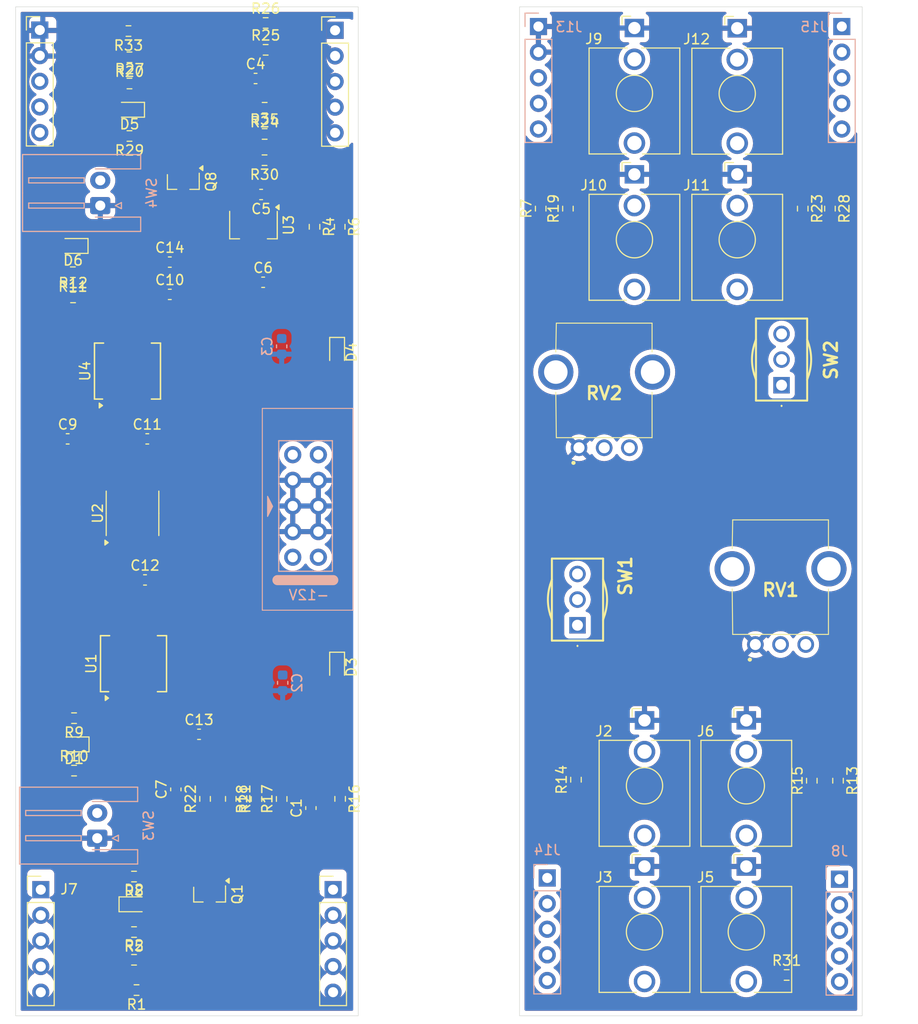
<source format=kicad_pcb>
(kicad_pcb (version 20240108) (generator "pcbnew") (generator_version "8.0")
  (layers (0 "F.Cu" signal) (31 "B.Cu" signal) (34 "B.Paste" user) (35 "F.Paste" user) (36 "B.SilkS" user "B.Silkscreen") (37 "F.SilkS" user "F.Silkscreen") (38 "B.Mask" user) (39 "F.Mask" user) (44 "Edge.Cuts" user))
  (net 0 "")
  (net 1 "/A/A_BUTTON_XOR")
  (net 2 "Net-(D1-K)")
  (net 5 "Net-(D1-A)")
  (net 6 "GND2")
  (net 7 "GND1")
  (net 12 "/A/A_BUTTON_NONINV")
  (net 13 "/A/A_BUTTON_INV")
  (net 14 "Net-(C1-Pad1)")
  (net 15 "/A/A_CV_OUT")
  (net 16 "Net-(D2-K)")
  (net 17 "Net-(D2-A)")
  (net 18 "Net-(D3-K)")
  (net 19 "Net-(D4-A)")
  (net 20 "Net-(Q1-D)")
  (net 21 "Net-(Q1-S)")
  (net 22 "/A/A_TRIG_OUT")
  (net 23 "/front_panel/A_ATTENUATOR_INV")
  (net 25 "Net-(U1A--)")
  (net 26 "Net-(R17-Pad2)")
  (net 27 "Net-(U1D--)")
  (net 28 "Net-(R21-Pad1)")
  (net 29 "-12V")
  (net 30 "+12V")
  (net 31 "+5V")
  (net 32 "+2.5V")
  (net 33 "Net-(C4-Pad1)")
  (net 34 "Net-(D5-K)")
  (net 35 "Net-(D5-A)")
  (net 36 "Net-(Q8-S)")
  (net 37 "Net-(Q8-D)")
  (net 38 "Net-(U4A--)")
  (net 39 "Net-(R25-Pad2)")
  (net 40 "Net-(R30-Pad1)")
  (net 41 "Net-(U4D--)")
  (net 42 "/front_panel/A_CV_OUT")
  (net 43 "/front_panel/A_GATE_OUT")
  (net 44 "/front_panel/A_TRIG_OUT")
  (net 45 "/A/A_ATTENUATOR_NONINV")
  (net 46 "/A/A_ATTENUATOR_INV")
  (net 47 "/front_panel/A_BUTTON_NONINV")
  (net 48 "/front_panel/A_BUTTON_INV")
  (net 49 "/front_panel/A_BUTTON_XOR")
  (net 50 "/front_panel/A_ATTENUATOR_NONINV")
  (net 51 "/front_panel/IN_5V")
  (net 52 "/B/B_BUTTON_XOR")
  (net 53 "Net-(D6-K)")
  (net 54 "Net-(D6-A)")
  (net 55 "/B/B_ATTENUATOR_INV")
  (net 56 "/B/B_CV_OUT")
  (net 57 "/B/B_TRIG_OUT")
  (net 58 "/B/B_BUTTON_NONINV")
  (net 59 "/B/B_BUTTON_INV")
  (net 60 "/B/B_ATTENUATOR_NONINV")
  (net 61 "Net-(J3-PadT)")
  (net 62 "Net-(J5-PadT)")
  (net 63 "Net-(J6-PadT)")
  (net 64 "/front_panel/B_ATTENUATOR_INV")
  (net 65 "Net-(J9-PadTN)")
  (net 66 "Net-(J10-PadT)")
  (net 67 "Net-(J11-PadT)")
  (net 68 "Net-(J12-PadT)")
  (net 69 "/front_panel/B_BUTTON_XOR")
  (net 70 "/front_panel/B_ATTENUATOR_NONINV")
  (net 71 "/front_panel/B_GATE_OUT")
  (net 72 "/front_panel/B_BUTTON_INV")
  (net 73 "/front_panel/B_BUTTON_NONINV")
  (net 74 "/front_panel/B_CV_OUT")
  (net 75 "/front_panel/B_TRIG_OUT")
  (footprint "Resistor_SMD:R_0603_1608Metric" (layer "F.Cu") (at 111.75 136.2 180)
    (property "Reference" "R8" (at 0 -1.43 180) (layer "F.SilkS"))
    (property "Value" "100k")
    (pad "1" smd roundrect (at -0.825 0 180) (size 0.8 0.95) (layers "F.Cu" "F.Paste" "F.Mask") (net 20 "Net-(Q1-D)"))
    (pad "2" smd roundrect (at 0.825 0 180) (size 0.8 0.95) (layers "F.Cu" "F.Paste" "F.Mask") (net 7 "GND1"))
  )
  (footprint "Capacitor_SMD:C_0603_1608Metric" (layer "F.Cu") (at 124.36 68.6 180)
    (property "Reference" "C5" (at 0 -1.43 180) (layer "F.SilkS"))
    (property "Value" "0.1uf")
    (pad "1" smd roundrect (at -0.775 0 180) (size 0.9 0.95) (layers "F.Cu" "F.Paste" "F.Mask") (net 31 "+5V"))
    (pad "2" smd roundrect (at 0.775 0 180) (size 0.9 0.95) (layers "F.Cu" "F.Paste" "F.Mask") (net 7 "GND1"))
  )
  (footprint "Resistor_SMD:R_0603_1608Metric" (layer "F.Cu") (at 152.1 70 90)
    (property "Reference" "R7" (at 0 -1.43 90) (layer "F.SilkS"))
    (property "Value" "1k")
    (pad "1" smd roundrect (at -0.825 0 90) (size 0.8 0.95) (layers "F.Cu" "F.Paste" "F.Mask") (net 51 "/front_panel/IN_5V"))
    (pad "2" smd roundrect (at 0.825 0 90) (size 0.8 0.95) (layers "F.Cu" "F.Paste" "F.Mask") (net 65 "Net-(J9-PadTN)"))
  )
  (footprint "Connector_Audio:Jack_3.5mm_QingPu_WQP-PJ398SM_Vertical_CircularHoles" (layer "F.Cu") (at 171.6 52.12)
    (property "Reference" "J12" (at -4.03 1.08 180) (layer "F.SilkS"))
    (property "Value" "TRIG_OUT")
    (pad "S" thru_hole rect (at 0 0 180) (size 1.93 1.83) (drill 1.22) (layers "*.Cu" "*.Mask") (net 6 "GND2"))
    (pad "T" thru_hole circle (at 0 11.4 180) (size 2.13 2.13) (drill 1.43) (layers "*.Cu" "*.Mask") (net 68 "Net-(J12-PadT)"))
    (pad "TN" thru_hole circle (at 0 3.1 180) (size 2.13 2.13) (drill 1.42) (layers "*.Cu" "*.Mask"))
    (zone (net 0) (net_name "") (layer "F.Cu") (connect_pads (clearance 0)) (min_thickness 0.254)
      (keepout (tracks not_allowed) (vias not_allowed) (pads not_allowed) (copperpour not_allowed) (footprints not_allowed))
      (fill (thermal_gap 0.508) (thermal_bridge_width 0.508))
      (polygon (pts (xy 173.105141 58.6) (xy 173.08493 58.354171) (xy 173.024841 58.114945) (xy 172.926486 57.888744) (xy 172.792508 57.681645) (xy 172.626504 57.49921) (xy 172.432932 57.346336) (xy 172.216992 57.227131) (xy 171.984482 57.144794) (xy 171.741646 57.101539) (xy 171.495007 57.098525) (xy 171.251187 57.135835) (xy 171.016734 57.212466) (xy 170.797946 57.32636) (xy 170.600697 57.474458) (xy 170.430286 57.652784) (xy 170.291288 57.856548) (xy 170.187436 58.080278) (xy 170.121519 58.317965) (xy 170.095308 58.563226) (xy 170.109507 58.809475) (xy 170.163734 59.050099) (xy 170.256532 59.278634) (xy 170.385411 59.488945) (xy 170.546908 59.675382) (xy 170.736687 59.832939) (xy 170.94965 59.957385) (xy 171.180079 60.045377) (xy 171.421785 60.094553) (xy 171.668278 60.103592) (xy 171.912936 60.07225) (xy 172.149191 60.00137) (xy 172.370697 59.892856) (xy 172.571505 59.749621) (xy 172.746223 59.575512) (xy 172.890158 59.375205) (xy 172.999445 59.154079) (xy 173.071149 58.918074) (xy 173.103344 58.673526)))
    )
  )
  (footprint "Resistor_SMD:R_0603_1608Metric" (layer "F.Cu") (at 126.4 128.51 90)
    (property "Reference" "R17" (at 0 -1.43 90) (layer "F.SilkS"))
    (property "Value" "10k")
    (pad "1" smd roundrect (at -0.825 0 90) (size 0.8 0.95) (layers "F.Cu" "F.Paste" "F.Mask") (net 14 "Net-(C1-Pad1)"))
    (pad "2" smd roundrect (at 0.825 0 90) (size 0.8 0.95) (layers "F.Cu" "F.Paste" "F.Mask") (net 26 "Net-(R17-Pad2)"))
  )
  (footprint "Resistor_SMD:R_0603_1608Metric" (layer "F.Cu") (at 124.81 54.26)
    (property "Reference" "R25" (at 0 -1.43 0) (layer "F.SilkS"))
    (property "Value" "10k")
    (pad "1" smd roundrect (at -0.825 0) (size 0.8 0.95) (layers "F.Cu" "F.Paste" "F.Mask") (net 33 "Net-(C4-Pad1)"))
    (pad "2" smd roundrect (at 0.825 0) (size 0.8 0.95) (layers "F.Cu" "F.Paste" "F.Mask") (net 39 "Net-(R25-Pad2)"))
  )
  (footprint "Capacitor_SMD:C_0603_1608Metric" (layer "F.Cu") (at 118.2 122.1)
    (property "Reference" "C13" (at 0 -1.43 0) (layer "F.SilkS"))
    (property "Value" "0.1uf")
    (pad "1" smd roundrect (at -0.775 0) (size 0.9 0.95) (layers "F.Cu" "F.Paste" "F.Mask") (net 30 "+12V"))
    (pad "2" smd roundrect (at 0.775 0) (size 0.9 0.95) (layers "F.Cu" "F.Paste" "F.Mask") (net 7 "GND1"))
  )
  (footprint "Connector_Audio:Jack_3.5mm_QingPu_WQP-PJ398SM_Vertical_CircularHoles" (layer "F.Cu") (at 172.5 135.2)
    (property "Reference" "J5" (at -4.03 1.08 180) (layer "F.SilkS"))
    (property "Value" "GATE_OUT")
    (pad "S" thru_hole rect (at 0 0 180) (size 1.93 1.83) (drill 1.22) (layers "*.Cu" "*.Mask") (net 6 "GND2"))
    (pad "T" thru_hole circle (at 0 11.4 180) (size 2.13 2.13) (drill 1.43) (layers "*.Cu" "*.Mask") (net 62 "Net-(J5-PadT)"))
    (pad "TN" thru_hole circle (at 0 3.1 180) (size 2.13 2.13) (drill 1.42) (layers "*.Cu" "*.Mask"))
    (zone (net 0) (net_name "") (layer "F.Cu") (connect_pads (clearance 0)) (min_thickness 0.254)
      (keepout (tracks not_allowed) (vias not_allowed) (pads not_allowed) (copperpour not_allowed) (footprints not_allowed))
      (fill (thermal_gap 0.508) (thermal_bridge_width 0.508))
      (polygon (pts (xy 174.005141 141.68) (xy 173.98493 141.434171) (xy 173.924841 141.194945) (xy 173.826486 140.968744) (xy 173.692508 140.761645) (xy 173.526504 140.57921) (xy 173.332932 140.426336) (xy 173.116992 140.307131) (xy 172.884482 140.224794) (xy 172.641646 140.181539) (xy 172.395007 140.178525) (xy 172.151187 140.215835) (xy 171.916734 140.292466) (xy 171.697946 140.40636) (xy 171.500697 140.554458) (xy 171.330286 140.732784) (xy 171.191288 140.936548) (xy 171.087436 141.160278) (xy 171.021519 141.397965) (xy 170.995308 141.643226) (xy 171.009507 141.889475) (xy 171.063734 142.130099) (xy 171.156532 142.358634) (xy 171.285411 142.568945) (xy 171.446908 142.755382) (xy 171.636687 142.912939) (xy 171.84965 143.037385) (xy 172.080079 143.125377) (xy 172.321785 143.174553) (xy 172.568278 143.183592) (xy 172.812936 143.15225) (xy 173.049191 143.08137) (xy 173.270697 142.972856) (xy 173.471505 142.829621) (xy 173.646223 142.655512) (xy 173.790158 142.455205) (xy 173.899445 142.234079) (xy 173.971149 141.998074) (xy 174.003344 141.753526)))
    )
  )
  (footprint "Capacitor_SMD:C_0603_1608Metric" (layer "F.Cu") (at 105.165 92.82)
    (property "Reference" "C9" (at 0 -1.43 0) (layer "F.SilkS"))
    (property "Value" "0.1uf")
    (pad "1" smd roundrect (at -0.775 0) (size 0.9 0.95) (layers "F.Cu" "F.Paste" "F.Mask") (net 31 "+5V"))
    (pad "2" smd roundrect (at 0.775 0) (size 0.9 0.95) (layers "F.Cu" "F.Paste" "F.Mask") (net 7 "GND1"))
  )
  (footprint "Capacitor_SMD:C_0603_1608Metric" (layer "F.Cu") (at 129.3 129.41 90)
    (property "Reference" "C1" (at 0 -1.43 90) (layer "F.SilkS"))
    (property "Value" "10nF")
    (pad "1" smd roundrect (at -0.775 0 90) (size 0.9 0.95) (layers "F.Cu" "F.Paste" "F.Mask") (net 14 "Net-(C1-Pad1)"))
    (pad "2" smd roundrect (at 0.775 0 90) (size 0.9 0.95) (layers "F.Cu" "F.Paste" "F.Mask") (net 1 "/A/A_BUTTON_XOR"))
  )
  (footprint "Resistor_SMD:R_0603_1608Metric" (layer "F.Cu") (at 129.66 71.8 -90)
    (property "Reference" "R4" (at 0 -1.43 -90) (layer "F.SilkS"))
    (property "Value" "100k")
    (pad "1" smd roundrect (at -0.825 0 270) (size 0.8 0.95) (layers "F.Cu" "F.Paste" "F.Mask") (net 31 "+5V"))
    (pad "2" smd roundrect (at 0.825 0 270) (size 0.8 0.95) (layers "F.Cu" "F.Paste" "F.Mask") (net 7 "GND1"))
  )
  (footprint "Resistor_SMD:R_0603_1608Metric" (layer "F.Cu") (at 132.2 128.5 -90)
    (property "Reference" "R16" (at 0 -1.43 -90) (layer "F.SilkS"))
    (property "Value" "100k")
    (pad "1" smd roundrect (at -0.825 0 270) (size 0.8 0.95) (layers "F.Cu" "F.Paste" "F.Mask") (net 1 "/A/A_BUTTON_XOR"))
    (pad "2" smd roundrect (at 0.825 0 270) (size 0.8 0.95) (layers "F.Cu" "F.Paste" "F.Mask") (net 7 "GND1"))
  )
  (footprint "Resistor_SMD:R_0603_1608Metric" (layer "F.Cu") (at 105.68 76.3 180)
    (property "Reference" "R11" (at 0 -1.43 180) (layer "F.SilkS"))
    (property "Value" "20k")
    (pad "1" smd roundrect (at -0.825 0 180) (size 0.8 0.95) (layers "F.Cu" "F.Paste" "F.Mask") (net 31 "+5V"))
    (pad "2" smd roundrect (at 0.825 0 180) (size 0.8 0.95) (layers "F.Cu" "F.Paste" "F.Mask") (net 54 "Net-(D6-A)"))
  )
  (footprint "Resistor_SMD:R_0603_1608Metric" (layer "F.Cu") (at 111.2 52.4 180)
    (property "Reference" "R33" (at 0 -1.43 180) (layer "F.SilkS"))
    (property "Value" "100k")
    (pad "1" smd roundrect (at -0.825 0 180) (size 0.8 0.95) (layers "F.Cu" "F.Paste" "F.Mask") (net 37 "Net-(Q8-D)"))
    (pad "2" smd roundrect (at 0.825 0 180) (size 0.8 0.95) (layers "F.Cu" "F.Paste" "F.Mask") (net 7 "GND1"))
  )
  (footprint "Resistor_SMD:R_0603_1608Metric" (layer "F.Cu") (at 124.71 60 180)
    (property "Reference" "R24" (at 0 -1.43 180) (layer "F.SilkS"))
    (property "Value" "100k")
    (pad "1" smd roundrect (at -0.825 0 180) (size 0.8 0.95) (layers "F.Cu" "F.Paste" "F.Mask") (net 52 "/B/B_BUTTON_XOR"))
    (pad "2" smd roundrect (at 0.825 0 180) (size 0.8 0.95) (layers "F.Cu" "F.Paste" "F.Mask") (net 7 "GND1"))
  )
  (footprint "Resistor_SMD:R_0603_1608Metric" (layer "F.Cu") (at 132.16 71.8 -90)
    (property "Reference" "R6" (at 0 -1.43 -90) (layer "F.SilkS"))
    (property "Value" "100k")
    (pad "1" smd roundrect (at -0.825 0 270) (size 0.8 0.95) (layers "F.Cu" "F.Paste" "F.Mask") (net 31 "+5V"))
    (pad "2" smd roundrect (at 0.825 0 270) (size 0.8 0.95) (layers "F.Cu" "F.Paste" "F.Mask") (net 32 "+2.5V"))
  )
  (footprint "Diode_SMD:D_0603_1608Metric" (layer "F.Cu") (at 131.9 115.45 -90)
    (property "Reference" "D3" (at 0 -1.43 -90) (layer "F.SilkS"))
    (property "Value" "1N5817")
    (pad "1" smd roundrect (at -0.7875 0 270) (size 0.875 0.95) (layers "F.Cu" "F.Paste" "F.Mask") (net 18 "Net-(D3-K)"))
    (pad "2" smd roundrect (at 0.7875 0 270) (size 0.875 0.95) (layers "F.Cu" "F.Paste" "F.Mask") (net 29 "-12V"))
  )
  (footprint "Package_TO_SOT_SMD:SOT-89-3_Handsoldering" (layer "F.Cu") (at 123.6 71.63 -90)
    (property "Reference" "U3" (at 0 -3.5 -90) (layer "F.SilkS"))
    (property "Value" "L78L05_TO92")
    (pad "1" smd roundrect (at -2.45 -1.5 270) (size 2.3 0.9) (layers "F.Cu" "F.Paste" "F.Mask") (net 31 "+5V"))
    (pad "2" smd custom (at -2.3625 0 270) (size 2.475 0.9) (layers "F.Cu" "F.Paste" "F.Mask") (net 7 "GND1") (options (clearance outline) (anchor rect)) (primitives (gr_poly (pts (xy 5.3625 0.8665) (xy 1.2375 0.8665) (xy 1.2375 -0.8665) (xy 5.3625 -0.8665)) (width 0) (fill yes))))
    (pad "3" smd roundrect (at -2.45 1.5 270) (size 2.3 0.9) (layers "F.Cu" "F.Paste" "F.Mask") (net 30 "+12V"))
  )
  (footprint "Resistor_SMD:R_0603_1608Metric" (layer "F.Cu") (at 111.3 57.6)
    (property "Reference" "R27" (at 0 -1.43 0) (layer "F.SilkS"))
    (property "Value" "20k")
    (pad "1" smd roundrect (at -0.825 0) (size 0.8 0.95) (layers "F.Cu" "F.Paste" "F.Mask") (net 38 "Net-(U4A--)"))
    (pad "2" smd roundrect (at 0.825 0) (size 0.8 0.95) (layers "F.Cu" "F.Paste" "F.Mask") (net 36 "Net-(Q8-S)"))
  )
  (footprint "mouser:200MSP1T1B1M2QE" (layer "F.Cu") (at 155.75 111.29 90)
    (property "Reference" "SW1" (at 4.89 4.75 -90) (layer "F.SilkS") (effects (font (size 1.27 1.27) (thickness 0.254))))
    (property "Value" "SW_SPDT" (hide yes))
    (pad "1" thru_hole rect (at 0 0 90) (size 1.635 1.635) (drill 1.09) (layers "*.Cu" "*.Mask") (net 47 "/front_panel/A_BUTTON_NONINV"))
    (pad "2" thru_hole circle (at 2.54 0 90) (size 1.635 1.635) (drill 1.09) (layers "*.Cu" "*.Mask") (net 49 "/front_panel/A_BUTTON_XOR"))
    (pad "3" thru_hole circle (at 5.08 0 90) (size 1.635 1.635) (drill 1.09) (layers "*.Cu" "*.Mask") (net 48 "/front_panel/A_BUTTON_INV"))
  )
  (footprint "Resistor_SMD:R_0603_1608Metric" (layer "F.Cu") (at 123.9 128.52 90)
    (property "Reference" "R18" (at 0 -1.43 90) (layer "F.SilkS"))
    (property "Value" "100k")
    (pad "1" smd roundrect (at -0.825 0 90) (size 0.8 0.95) (layers "F.Cu" "F.Paste" "F.Mask") (net 7 "GND1"))
    (pad "2" smd roundrect (at 0.825 0 90) (size 0.8 0.95) (layers "F.Cu" "F.Paste" "F.Mask") (net 26 "Net-(R17-Pad2)"))
  )
  (footprint "mouser:200MSP1T1B1M2QE" (layer "F.Cu") (at 176 87.5 90)
    (property "Reference" "SW2" (at 2.5 4.9 90) (layer "F.SilkS") (effects (font (size 1.27 1.27) (thickness 0.254))))
    (property "Value" "SW_SPDT" (hide yes))
    (pad "1" thru_hole rect (at 0 0 90) (size 1.635 1.635) (drill 1.09) (layers "*.Cu" "*.Mask") (net 73 "/front_panel/B_BUTTON_NONINV"))
    (pad "2" thru_hole circle (at 2.54 0 90) (size 1.635 1.635) (drill 1.09) (layers "*.Cu" "*.Mask") (net 69 "/front_panel/B_BUTTON_XOR"))
    (pad "3" thru_hole circle (at 5.08 0 90) (size 1.635 1.635) (drill 1.09) (layers "*.Cu" "*.Mask") (net 72 "/front_panel/B_BUTTON_INV"))
  )
  (footprint "Resistor_SMD:R_0603_1608Metric" (layer "F.Cu") (at 155.6 126.6 90)
    (property "Reference" "R14" (at 0 -1.43 90) (layer "F.SilkS"))
    (property "Value" "1k")
    (pad "1" smd roundrect (at -0.825 0 90) (size 0.8 0.95) (layers "F.Cu" "F.Paste" "F.Mask") (net 61 "Net-(J3-PadT)"))
    (pad "2" smd roundrect (at 0.825 0 90) (size 0.8 0.95) (layers "F.Cu" "F.Paste" "F.Mask") (net 42 "/front_panel/A_CV_OUT"))
  )
  (footprint "Resistor_SMD:R_0603_1608Metric" (layer "F.Cu") (at 181.6 126.7 -90)
    (property "Reference" "R13" (at 0 -1.43 -90) (layer "F.SilkS"))
    (property "Value" "1k")
    (pad "1" smd roundrect (at -0.825 0 270) (size 0.8 0.95) (layers "F.Cu" "F.Paste" "F.Mask") (net 43 "/front_panel/A_GATE_OUT"))
    (pad "2" smd roundrect (at 0.825 0 270) (size 0.8 0.95) (layers "F.Cu" "F.Paste" "F.Mask") (net 62 "Net-(J5-PadT)"))
  )
  (footprint "Resistor_SMD:R_0603_1608Metric" (layer "F.Cu") (at 124.7 65.2 180)
    (property "Reference" "R30" (at 0 -1.43 180) (layer "F.SilkS"))
    (property "Value" "100k")
    (pad "1" smd roundrect (at -0.825 0 180) (size 0.8 0.95) (layers "F.Cu" "F.Paste" "F.Mask") (net 40 "Net-(R30-Pad1)"))
    (pad "2" smd roundrect (at 0.825 0 180) (size 0.8 0.95) (layers "F.Cu" "F.Paste" "F.Mask") (net 41 "Net-(U4D--)"))
  )
  (footprint "Resistor_SMD:R_0603_1608Metric" (layer "F.Cu") (at 111.3 55 180)
    (property "Reference" "R20" (at 0 -1.43 180) (layer "F.SilkS"))
    (property "Value" "20k")
    (pad "1" smd roundrect (at -0.825 0 180) (size 0.8 0.95) (layers "F.Cu" "F.Paste" "F.Mask") (net 55 "/B/B_ATTENUATOR_INV"))
    (pad "2" smd roundrect (at 0.825 0 180) (size 0.8 0.95) (layers "F.Cu" "F.Paste" "F.Mask") (net 38 "Net-(U4A--)"))
  )
  (footprint "Resistor_SMD:R_0603_1608Metric" (layer "F.Cu") (at 111.3 62.8 180)
    (property "Reference" "R29" (at 0 -1.43 180) (layer "F.SilkS"))
    (property "Value" "1m")
    (pad "1" smd roundrect (at -0.825 0 180) (size 0.8 0.95) (layers "F.Cu" "F.Paste" "F.Mask") (net 36 "Net-(Q8-S)"))
    (pad "2" smd roundrect (at 0.825 0 180) (size 0.8 0.95) (layers "F.Cu" "F.Paste" "F.Mask") (net 35 "Net-(D5-A)"))
  )
  (footprint "Resistor_SMD:R_0603_1608Metric" (layer "F.Cu") (at 124.71 62.6)
    (property "Reference" "R35" (at 0 -1.43 0) (layer "F.SilkS"))
    (property "Value" "100k")
    (pad "1" smd roundrect (at -0.825 0) (size 0.8 0.95) (layers "F.Cu" "F.Paste" "F.Mask") (net 41 "Net-(U4D--)"))
    (pad "2" smd roundrect (at 0.825 0) (size 0.8 0.95) (layers "F.Cu" "F.Paste" "F.Mask") (net 57 "/B/B_TRIG_OUT"))
  )
  (footprint "Capacitor_SMD:C_0603_1608Metric" (layer "F.Cu") (at 124.56 77.3)
    (property "Reference" "C6" (at 0 -1.43 0) (layer "F.SilkS"))
    (property "Value" "0.33uf")
    (pad "1" smd roundrect (at -0.775 0) (size 0.9 0.95) (layers "F.Cu" "F.Paste" "F.Mask") (net 30 "+12V"))
    (pad "2" smd roundrect (at 0.775 0) (size 0.9 0.95) (layers "F.Cu" "F.Paste" "F.Mask") (net 7 "GND1"))
  )
  (footprint "Resistor_SMD:R_0603_1608Metric" (layer "F.Cu") (at 112 147.45 180)
    (property "Reference" "R1" (at 0 -1.43 180) (layer "F.SilkS"))
    (property "Value" "20k")
    (pad "1" smd roundrect (at -0.825 0 180) (size 0.8 0.95) (layers "F.Cu" "F.Paste" "F.Mask") (net 46 "/A/A_ATTENUATOR_INV"))
    (pad "2" smd roundrect (at 0.825 0 180) (size 0.8 0.95) (layers "F.Cu" "F.Paste" "F.Mask") (net 25 "Net-(U1A--)"))
  )
  (footprint "mouser:RD901F4015R1B10K00DL1" (layer "F.Cu") (at 173.4 113.2)
    (property "Reference" "RV1" (at 2.5 -5.4 0) (layer "F.SilkS") (effects (font (size 1.27 1.27) (thickness 0.254))))
    (property "Value" "R_Potentiometer" (hide yes))
    (pad "1" thru_hole circle (at 0 0) (size 1.65 1.65) (drill 1.1) (layers "*.Cu" "*.Mask") (net 6 "GND2"))
    (pad "2" thru_hole circle (at 2.5 0) (size 1.65 1.65) (drill 1.1) (layers "*.Cu" "*.Mask") (net 50 "/front_panel/A_ATTENUATOR_NONINV"))
    (pad "3" thru_hole circle (at 5 0) (size 1.65 1.65) (drill 1.1) (layers "*.Cu" "*.Mask") (net 23 "/front_panel/A_ATTENUATOR_INV"))
    (pad "MH1" thru_hole circle (at -2.3 -7.5) (size 3.495 3.495) (drill 2.33) (layers "*.Cu" "*.Mask"))
    (pad "MH2" thru_hole circle (at 7.3 -7.5) (size 3.495 3.495) (drill 2.33) (layers "*.Cu" "*.Mask"))
  )
  (footprint "Resistor_SMD:R_0603_1608Metric" (layer "F.Cu") (at 124.81 51.6)
    (property "Reference" "R26" (at 0 -1.43 0) (layer "F.SilkS"))
    (property "Value" "100k")
    (pad "1" smd roundrect (at -0.825 0) (size 0.8 0.95) (layers "F.Cu" "F.Paste" "F.Mask") (net 7 "GND1"))
    (pad "2" smd roundrect (at 0.825 0) (size 0.8 0.95) (layers "F.Cu" "F.Paste" "F.Mask") (net 39 "Net-(R25-Pad2)"))
  )
  (footprint "Resistor_SMD:R_0603_1608Metric" (layer "F.Cu") (at 105.8 120.5 180)
    (property "Reference" "R9" (at 0 -1.43 180) (layer "F.SilkS"))
    (property "Value" "20k")
    (pad "1" smd roundrect (at -0.825 0 180) (size 0.8 0.95) (layers "F.Cu" "F.Paste" "F.Mask") (net 31 "+5V"))
    (pad "2" smd roundrect (at 0.825 0 180) (size 0.8 0.95) (layers "F.Cu" "F.Paste" "F.Mask") (net 5 "Net-(D1-A)"))
  )
  (footprint "Capacitor_SMD:C_0603_1608Metric" (layer "F.Cu") (at 113.065 92.82)
    (property "Reference" "C11" (at 0 -1.43 0) (layer "F.SilkS"))
    (property "Value" "0.1uf")
    (pad "1" smd roundrect (at -0.775 0) (size 0.9 0.95) (layers "F.Cu" "F.Paste" "F.Mask") (net 30 "+12V"))
    (pad "2" smd roundrect (at 0.775 0) (size 0.9 0.95) (layers "F.Cu" "F.Paste" "F.Mask") (net 7 "GND1"))
  )
  (footprint "Resistor_SMD:R_0603_1608Metric" (layer "F.Cu") (at 121.35 128.5 -90)
    (property "Reference" "R21" (at 0 -1.43 -90) (layer "F.SilkS"))
    (property "Value" "100k")
    (pad "1" smd roundrect (at -0.825 0 270) (size 0.8 0.95) (layers "F.Cu" "F.Paste" "F.Mask") (net 28 "Net-(R21-Pad1)"))
    (pad "2" smd roundrect (at 0.825 0 270) (size 0.8 0.95) (layers "F.Cu" "F.Paste" "F.Mask") (net 27 "Net-(U1D--)"))
  )
  (footprint "Capacitor_SMD:C_0603_1608Metric" (layer "F.Cu") (at 112.84 106.8)
    (property "Reference" "C12" (at 0 -1.43 0) (layer "F.SilkS"))
    (property "Value" "0.1uf")
    (pad "1" smd roundrect (at -0.775 0) (size 0.9 0.95) (layers "F.Cu" "F.Paste" "F.Mask") (net 29 "-12V"))
    (pad "2" smd roundrect (at 0.775 0) (size 0.9 0.95) (layers "F.Cu" "F.Paste" "F.Mask") (net 7 "GND1"))
  )
  (footprint "Connector_Audio:Jack_3.5mm_QingPu_WQP-PJ398SM_Vertical_CircularHoles" (layer "F.Cu") (at 171.6 66.6)
    (property "Reference" "J11" (at -4.03 1.08 180) (layer "F.SilkS"))
    (property "Value" "GATE_OUT")
    (pad "S" thru_hole rect (at 0 0 180) (size 1.93 1.83) (drill 1.22) (layers "*.Cu" "*.Mask") (net 6 "GND2"))
    (pad "T" thru_hole circle (at 0 11.4 180) (size 2.13 2.13) (drill 1.43) (layers "*.Cu" "*.Mask") (net 67 "Net-(J11-PadT)"))
    (pad "TN" thru_hole circle (at 0 3.1 180) (size 2.13 2.13) (drill 1.42) (layers "*.Cu" "*.Mask"))
    (zone (net 0) (net_name "") (layer "F.Cu") (connect_pads (clearance 0)) (min_thickness 0.254)
      (keepout (tracks not_allowed) (vias not_allowed) (pads not_allowed) (copperpour not_allowed) (footprints not_allowed))
      (fill (thermal_gap 0.508) (thermal_bridge_width 0.508))
      (polygon (pts (xy 173.105141 73.08) (xy 173.08493 72.834171) (xy 173.024841 72.594945) (xy 172.926486 72.368744) (xy 172.792508 72.161645) (xy 172.626504 71.97921) (xy 172.432932 71.826336) (xy 172.216992 71.707131) (xy 171.984482 71.624794) (xy 171.741646 71.581539) (xy 171.495007 71.578525) (xy 171.251187 71.615835) (xy 171.016734 71.692466) (xy 170.797946 71.80636) (xy 170.600697 71.954458) (xy 170.430286 72.132784) (xy 170.291288 72.336548) (xy 170.187436 72.560278) (xy 170.121519 72.797965) (xy 170.095308 73.043226) (xy 170.109507 73.289475) (xy 170.163734 73.530099) (xy 170.256532 73.758634) (xy 170.385411 73.968945) (xy 170.546908 74.155382) (xy 170.736687 74.312939) (xy 170.94965 74.437385) (xy 171.180079 74.525377) (xy 171.421785 74.574553) (xy 171.668278 74.583592) (xy 171.912936 74.55225) (xy 172.149191 74.48137) (xy 172.370697 74.372856) (xy 172.571505 74.229621) (xy 172.746223 74.055512) (xy 172.890158 73.855205) (xy 172.999445 73.634079) (xy 173.071149 73.398074) (xy 173.103344 73.153526)))
    )
  )
  (footprint "Connector_Audio:Jack_3.5mm_QingPu_WQP-PJ398SM_Vertical_CircularHoles" (layer "F.Cu") (at 162.4 120.72)
    (property "Reference" "J2" (at -4.03 1.08 180) (layer "F.SilkS"))
    (property "Value" "CV_IN")
    (pad "S" thru_hole rect (at 0 0 180) (size 1.93 1.83) (drill 1.22) (layers "*.Cu" "*.Mask") (net 6 "GND2"))
    (pad "T" thru_hole circle (at 0 11.4 180) (size 2.13 2.13) (drill 1.43) (layers "*.Cu" "*.Mask") (net 23 "/front_panel/A_ATTENUATOR_INV"))
    (pad "TN" thru_hole circle (at 0 3.1 180) (size 2.13 2.13) (drill 1.42) (layers "*.Cu" "*.Mask"))
    (zone (net 0) (net_name "") (layer "F.Cu") (connect_pads (clearance 0)) (min_thickness 0.254)
      (keepout (tracks not_allowed) (vias not_allowed) (pads not_allowed) (copperpour not_allowed) (footprints not_allowed))
      (fill (thermal_gap 0.508) (thermal_bridge_width 0.508))
      (polygon (pts (xy 163.905141 127.2) (xy 163.88493 126.954171) (xy 163.824841 126.714945) (xy 163.726486 126.488744) (xy 163.592508 126.281645) (xy 163.426504 126.09921) (xy 163.232932 125.946336) (xy 163.016992 125.827131) (xy 162.784482 125.744794) (xy 162.541646 125.701539) (xy 162.295007 125.698525) (xy 162.051187 125.735835) (xy 161.816734 125.812466) (xy 161.597946 125.92636) (xy 161.400697 126.074458) (xy 161.230286 126.252784) (xy 161.091288 126.456548) (xy 160.987436 126.680278) (xy 160.921519 126.917965) (xy 160.895308 127.163226) (xy 160.909507 127.409475) (xy 160.963734 127.650099) (xy 161.056532 127.878634) (xy 161.185411 128.088945) (xy 161.346908 128.275382) (xy 161.536687 128.432939) (xy 161.74965 128.557385) (xy 161.980079 128.645377) (xy 162.221785 128.694553) (xy 162.468278 128.703592) (xy 162.712936 128.67225) (xy 162.949191 128.60137) (xy 163.170697 128.492856) (xy 163.371505 128.349621) (xy 163.546223 128.175512) (xy 163.690158 127.975205) (xy 163.799445 127.754079) (xy 163.871149 127.518074) (xy 163.903344 127.273526)))
    )
  )
  (footprint "Connector_PinHeader_2.54mm:PinHeader_1x05_P2.54mm_Vertical" (layer "F.Cu") (at 102.4 52.3)
    (property "Reference" "J16" (hide yes))
    (property "Value" "B_IN")
    (pad "1" thru_hole rect (at 0 0) (size 1.7 1.7) (drill 1) (layers "*.Cu" "*.Mask") (net 7 "GND1"))
    (pad "2" thru_hole oval (at 0 2.54) (size 1.7 1.7) (drill 1) (layers "*.Cu" "*.Mask") (net 7 "GND1"))
    (pad "3" thru_hole oval (at 0 5.08) (size 1.7 1.7) (drill 1) (layers "*.Cu" "*.Mask") (net 55 "/B/B_ATTENUATOR_INV"))
    (pad "4" thru_hole oval (at 0 7.62) (size 1.7 1.7) (drill 1) (layers "*.Cu" "*.Mask") (net 60 "/B/B_ATTENUATOR_NONINV"))
    (pad "5" thru_hole oval (at 0 10.16) (size 1.7 1.7) (drill 1) (layers "*.Cu" "*.Mask") (net 52 "/B/B_BUTTON_XOR"))
  )
  (footprint "Resistor_SMD:R_0603_1608Metric" (layer "F.Cu") (at 179 126.7 90)
    (property "Reference" "R15" (at 0 -1.43 90) (layer "F.SilkS"))
    (property "Value" "1k")
    (pad "1" smd roundrect (at -0.825 0 90) (size 0.8 0.95) (layers "F.Cu" "F.Paste" "F.Mask") (net 44 "/front_panel/A_TRIG_OUT"))
    (pad "2" smd roundrect (at 0.825 0 90) (size 0.8 0.95) (layers "F.Cu" "F.Paste" "F.Mask") (net 63 "Net-(J6-PadT)"))
  )
  (footprint "Diode_SMD:D_0603_1608Metric" (layer "F.Cu") (at 111.75 138.95)
    (property "Reference" "D2" (at 0 -1.43 0) (layer "F.SilkS"))
    (property "Value" "D")
    (pad "1" smd roundrect (at -0.7875 0) (size 0.875 0.95) (layers "F.Cu" "F.Paste" "F.Mask") (net 16 "Net-(D2-K)"))
    (pad "2" smd roundrect (at 0.7875 0) (size 0.875 0.95) (layers "F.Cu" "F.Paste" "F.Mask") (net 17 "Net-(D2-A)"))
  )
  (footprint "Diode_SMD:D_0603_1608Metric" (layer "F.Cu") (at 131.9 84.25 -90)
    (property "Reference" "D4" (at 0 -1.43 -90) (layer "F.SilkS"))
    (property "Value" "1N5817")
    (pad "1" smd roundrect (at -0.7875 0 270) (size 0.875 0.95) (layers "F.Cu" "F.Paste" "F.Mask") (net 30 "+12V"))
    (pad "2" smd roundrect (at 0.7875 0 270) (size 0.875 0.95) (layers "F.Cu" "F.Paste" "F.Mask") (net 19 "Net-(D4-A)"))
  )
  (footprint "Diode_SMD:D_0603_1608Metric" (layer "F.Cu") (at 111.3 60.2 180)
    (property "Reference" "D5" (at 0 -1.43 180) (layer "F.SilkS"))
    (property "Value" "D")
    (pad "1" smd roundrect (at -0.7875 0 180) (size 0.875 0.95) (layers "F.Cu" "F.Paste" "F.Mask") (net 34 "Net-(D5-K)"))
    (pad "2" smd roundrect (at 0.7875 0 180) (size 0.875 0.95) (layers "F.Cu" "F.Paste" "F.Mask") (net 35 "Net-(D5-A)"))
  )
  (footprint "Connector_PinHeader_2.54mm:PinHeader_1x05_P2.54mm_Vertical" (layer "F.Cu") (at 131.5 137.5)
    (property "Reference" "J1" (hide yes))
    (property "Value" "A_OUT")
    (pad "1" thru_hole rect (at 0 0) (size 1.7 1.7) (drill 1) (layers "*.Cu" "*.Mask") (net 13 "/A/A_BUTTON_INV"))
    (pad "2" thru_hole oval (at 0 2.54) (size 1.7 1.7) (drill 1) (layers "*.Cu" "*.Mask") (net 12 "/A/A_BUTTON_NONINV"))
    (pad "3" thru_hole oval (at 0 5.08) (size 1.7 1.7) (drill 1) (layers "*.Cu" "*.Mask") (net 15 "/A/A_CV_OUT"))
    (pad "4" thru_hole oval (at 0 7.62) (size 1.7 1.7) (drill 1) (layers "*.Cu" "*.Mask") (net 22 "/A/A_TRIG_OUT"))
    (pad "5" thru_hole oval (at 0 10.16) (size 1.7 1.7) (drill 1) (layers "*.Cu" "*.Mask") (net 1 "/A/A_BUTTON_XOR"))
  )
  (footprint "Package_SO:SSOP-14_5.3x6.2mm_P0.65mm" (layer "F.Cu") (at 111.7 115.1 90)
    (property "Reference" "U1" (at 0 -4.2 90) (layer "F.SilkS"))
    (property "Value" "TL074")
    (pad "1" smd rect (at -3.45 -1.95 90) (size 1.2 0.4) (layers "F.Cu" "F.Paste" "F.Mask") (net 21 "Net-(Q1-S)"))
    (pad "2" smd rect (at -3.45 -1.3 90) (size 1.2 0.4) (layers "F.Cu" "F.Paste" "F.Mask") (net 25 "Net-(U1A--)"))
    (pad "3" smd rect (at -3.45 -0.65 90) (size 1.2 0.4) (layers "F.Cu" "F.Paste" "F.Mask") (net 45 "/A/A_ATTENUATOR_NONINV"))
    (pad "4" smd rect (at -3.45 0 90) (size 1.2 0.4) (layers "F.Cu" "F.Paste" "F.Mask") (net 30 "+12V"))
    (pad "5" smd rect (at -3.45 0.65 90) (size 1.2 0.4) (layers "F.Cu" "F.Paste" "F.Mask") (net 32 "+2.5V"))
    (pad "6" smd rect (at -3.45 1.3 90) (size 1.2 0.4) (layers "F.Cu" "F.Paste" "F.Mask") (net 1 "/A/A_BUTTON_XOR"))
    (pad "7" smd rect (at -3.45 1.95 90) (size 1.2 0.4) (layers "F.Cu" "F.Paste" "F.Mask") (net 16 "Net-(D2-K)"))
    (pad "8" smd rect (at 3.45 1.95 90) (size 1.2 0.4) (layers "F.Cu" "F.Paste" "F.Mask") (net 15 "/A/A_CV_OUT"))
    (pad "9" smd rect (at 3.45 1.3 90) (size 1.2 0.4) (layers "F.Cu" "F.Paste" "F.Mask") (net 15 "/A/A_CV_OUT"))
    (pad "10" smd rect (at 3.45 0.65 90) (size 1.2 0.4) (layers "F.Cu" "F.Paste" "F.Mask") (net 20 "Net-(Q1-D)"))
    (pad "11" smd rect (at 3.45 0 90) (size 1.2 0.4) (layers "F.Cu" "F.Paste" "F.Mask") (net 29 "-12V"))
    (pad "12" smd rect (at 3.45 -0.65 90) (size 1.2 0.4) (layers "F.Cu" "F.Paste" "F.Mask") (net 32 "+2.5V"))
    (pad "13" smd rect (at 3.45 -1.3 90) (size 1.2 0.4) (layers "F.Cu" "F.Paste" "F.Mask") (net 27 "Net-(U1D--)"))
    (pad "14" smd rect (at 3.45 -1.95 90) (size 1.2 0.4) (layers "F.Cu" "F.Paste" "F.Mask") (net 22 "/A/A_TRIG_OUT"))
  )
  (footprint "Resistor_SMD:R_0603_1608Metric" (layer "F.Cu") (at 111.75 144.45)
    (property "Reference" "R2" (at 0 -1.43 0) (layer "F.SilkS"))
    (property "Value" "20k")
    (pad "1" smd roundrect (at -0.825 0) (size 0.8 0.95) (layers "F.Cu" "F.Paste" "F.Mask") (net 25 "Net-(U1A--)"))
    (pad "2" smd roundrect (at 0.825 0) (size 0.8 0.95) (layers "F.Cu" "F.Paste" "F.Mask") (net 21 "Net-(Q1-S)"))
  )
  (footprint "Resistor_SMD:R_0603_1608Metric" (layer "F.Cu") (at 180.8 70 -90)
    (property "Reference" "R28" (at 0 -1.43 -90) (layer "F.SilkS"))
    (property "Value" "1k")
    (pad "1" smd roundrect (at -0.825 0 270) (size 0.8 0.95) (layers "F.Cu" "F.Paste" "F.Mask") (net 75 "/front_panel/B_TRIG_OUT"))
    (pad "2" smd roundrect (at 0.825 0 270) (size 0.8 0.95) (layers "F.Cu" "F.Paste" "F.Mask") (net 68 "Net-(J12-PadT)"))
  )
  (footprint "Resistor_SMD:R_0603_1608Metric" (layer "F.Cu") (at 105.7 78.8)
    (property "Reference" "R12" (at 0 -1.43 0) (layer "F.SilkS"))
    (property "Value" "20k")
    (pad "1" smd roundrect (at -0.825 0) (size 0.8 0.95) (layers "F.Cu" "F.Paste" "F.Mask") (net 54 "Net-(D6-A)"))
    (pad "2" smd roundrect (at 0.825 0) (size 0.8 0.95) (layers "F.Cu" "F.Paste" "F.Mask") (net 53 "Net-(D6-K)"))
  )
  (footprint "Capacitor_SMD:C_0603_1608Metric" (layer "F.Cu") (at 115.3 75.3)
    (property "Reference" "C14" (at 0 -1.43 0) (layer "F.SilkS"))
    (property "Value" "10nf")
    (pad "1" smd roundrect (at -0.775 0) (size 0.9 0.95) (layers "F.Cu" "F.Paste" "F.Mask") (net 53 "Net-(D6-K)"))
    (pad "2" smd roundrect (at 0.775 0) (size 0.9 0.95) (layers "F.Cu" "F.Paste" "F.Mask") (net 7 "GND1"))
  )
  (footprint "Connector_Audio:Jack_3.5mm_QingPu_WQP-PJ398SM_Vertical_CircularHoles" (layer "F.Cu") (at 172.5 120.72)
    (property "Reference" "J6" (at -4.03 1.08 180) (layer "F.SilkS"))
    (property "Value" "TRIG_OUT")
    (pad "S" thru_hole rect (at 0 0 180) (size 1.93 1.83) (drill 1.22) (layers "*.Cu" "*.Mask") (net 6 "GND2"))
    (pad "T" thru_hole circle (at 0 11.4 180) (size 2.13 2.13) (drill 1.43) (layers "*.Cu" "*.Mask") (net 63 "Net-(J6-PadT)"))
    (pad "TN" thru_hole circle (at 0 3.1 180) (size 2.13 2.13) (drill 1.42) (layers "*.Cu" "*.Mask"))
    (zone (net 0) (net_name "") (layer "F.Cu") (connect_pads (clearance 0)) (min_thickness 0.254)
      (keepout (tracks not_allowed) (vias not_allowed) (pads not_allowed) (copperpour not_allowed) (footprints not_allowed))
      (fill (thermal_gap 0.508) (thermal_bridge_width 0.508))
      (polygon (pts (xy 174.005141 127.2) (xy 173.98493 126.954171) (xy 173.924841 126.714945) (xy 173.826486 126.488744) (xy 173.692508 126.281645) (xy 173.526504 126.09921) (xy 173.332932 125.946336) (xy 173.116992 125.827131) (xy 172.884482 125.744794) (xy 172.641646 125.701539) (xy 172.395007 125.698525) (xy 172.151187 125.735835) (xy 171.916734 125.812466) (xy 171.697946 125.92636) (xy 171.500697 126.074458) (xy 171.330286 126.252784) (xy 171.191288 126.456548) (xy 171.087436 126.680278) (xy 171.021519 126.917965) (xy 170.995308 127.163226) (xy 171.009507 127.409475) (xy 171.063734 127.650099) (xy 171.156532 127.878634) (xy 171.285411 128.088945) (xy 171.446908 128.275382) (xy 171.636687 128.432939) (xy 171.84965 128.557385) (xy 172.080079 128.645377) (xy 172.321785 128.694553) (xy 172.568278 128.703592) (xy 172.812936 128.67225) (xy 173.049191 128.60137) (xy 173.270697 128.492856) (xy 173.471505 128.349621) (xy 173.646223 128.175512) (xy 173.790158 127.975205) (xy 173.899445 127.754079) (xy 173.971149 127.518074) (xy 174.003344 127.273526)))
    )
  )
  (footprint "Package_TO_SOT_SMD:SOT-23_Handsoldering" (layer "F.Cu") (at 116.64 67.33 -90)
    (property "Reference" "Q8" (at 0 -2.75 -90) (layer "F.SilkS"))
    (property "Value" "J113")
    (pad "1" smd roundrect (at -1.5 -0.95 270) (size 1.9 0.8) (layers "F.Cu" "F.Paste" "F.Mask") (net 37 "Net-(Q8-D)"))
    (pad "2" smd roundrect (at -1.5 0.95 270) (size 1.9 0.8) (layers "F.Cu" "F.Paste" "F.Mask") (net 35 "Net-(D5-A)"))
    (pad "3" smd roundrect (at 1.5 0 270) (size 1.9 0.8) (layers "F.Cu" "F.Paste" "F.Mask") (net 36 "Net-(Q8-S)"))
  )
  (footprint "Capacitor_SMD:C_0603_1608Metric" (layer "F.Cu") (at 115.9 127.56 90)
    (property "Reference" "C7" (at 0 -1.43 90) (layer "F.SilkS"))
    (property "Value" "10nf")
    (pad "1" smd roundrect (at -0.775 0 90) (size 0.9 0.95) (layers "F.Cu" "F.Paste" "F.Mask") (net 2 "Net-(D1-K)"))
    (pad "2" smd roundrect (at 0.775 0 90) (size 0.9 0.95) (layers "F.Cu" "F.Paste" "F.Mask") (net 7 "GND1"))
  )
  (footprint "Resistor_SMD:R_0603_1608Metric" (layer "F.Cu") (at 154.8 70 90)
    (property "Reference" "R19" (at 0 -1.43 90) (layer "F.SilkS"))
    (property "Value" "1k")
    (pad "1" smd roundrect (at -0.825 0 90) (size 0.8 0.95) (layers "F.Cu" "F.Paste" "F.Mask") (net 66 "Net-(J10-PadT)"))
    (pad "2" smd roundrect (at 0.825 0 90) (size 0.8 0.95) (layers "F.Cu" "F.Paste" "F.Mask") (net 74 "/front_panel/B_CV_OUT"))
  )
  (footprint "Resistor_SMD:R_0603_1608Metric" (layer "F.Cu") (at 176.505 145.955)
    (property "Reference" "R31" (at 0 -1.43 0) (layer "F.SilkS"))
    (property "Value" "1k")
    (pad "1" smd roundrect (at -0.825 0) (size 0.8 0.95) (layers "F.Cu" "F.Paste" "F.Mask") (net 51 "/front_panel/IN_5V"))
    (pad "2" smd roundrect (at 0.825 0) (size 0.8 0.95) (layers "F.Cu" "F.Paste" "F.Mask"))
  )
  (footprint "Capacitor_SMD:C_0603_1608Metric" (layer "F.Cu") (at 115.3 78.5)
    (property "Reference" "C10" (at 0 -1.43 0) (layer "F.SilkS"))
    (property "Value" "0.1uf")
    (pad "1" smd roundrect (at -0.775 0) (size 0.9 0.95) (layers "F.Cu" "F.Paste" "F.Mask") (net 29 "-12V"))
    (pad "2" smd roundrect (at 0.775 0) (size 0.9 0.95) (layers "F.Cu" "F.Paste" "F.Mask") (net 7 "GND1"))
  )
  (footprint "Connector_PinHeader_2.54mm:PinHeader_1x05_P2.54mm_Vertical" (layer "F.Cu") (at 131.7 52.325)
    (property "Reference" "J17" (hide yes))
    (property "Value" "B_OUT")
    (pad "1" thru_hole rect (at 0 0) (size 1.7 1.7) (drill 1) (layers "*.Cu" "*.Mask") (net 59 "/B/B_BUTTON_INV"))
    (pad "2" thru_hole oval (at 0 2.54) (size 1.7 1.7) (drill 1) (layers "*.Cu" "*.Mask") (net 58 "/B/B_BUTTON_NONINV"))
    (pad "3" thru_hole oval (at 0 5.08) (size 1.7 1.7) (drill 1) (layers "*.Cu" "*.Mask") (net 56 "/B/B_CV_OUT"))
    (pad "4" thru_hole oval (at 0 7.62) (size 1.7 1.7) (drill 1) (layers "*.Cu" "*.Mask") (net 57 "/B/B_TRIG_OUT"))
    (pad "5" thru_hole oval (at 0 10.16) (size 1.7 1.7) (drill 1) (layers "*.Cu" "*.Mask") (net 52 "/B/B_BUTTON_XOR"))
  )
  (footprint "Diode_SMD:D_0603_1608Metric" (layer "F.Cu") (at 105.8 123.1 180)
    (property "Reference" "D1" (at 0 -1.43 180) (layer "F.SilkS"))
    (property "Value" "D")
    (pad "1" smd roundrect (at -0.7875 0 180) (size 0.875 0.95) (layers "F.Cu" "F.Paste" "F.Mask") (net 2 "Net-(D1-K)"))
    (pad "2" smd roundrect (at 0.7875 0 180) (size 0.875 0.95) (layers "F.Cu" "F.Paste" "F.Mask") (net 5 "Net-(D1-A)"))
  )
  (footprint "Package_SO:SSOP-14_5.3x6.2mm_P0.65mm" (layer "F.Cu") (at 111.1 86.1 90)
    (property "Reference" "U4" (at 0 -4.2 90) (layer "F.SilkS"))
    (property "Value" "TL074")
    (pad "1" smd rect (at -3.45 -1.95 90) (size 1.2 0.4) (layers "F.Cu" "F.Paste" "F.Mask") (net 36 "Net-(Q8-S)"))
    (pad "2" smd rect (at -3.45 -1.3 90) (size 1.2 0.4) (layers "F.Cu" "F.Paste" "F.Mask") (net 38 "Net-(U4A--)"))
    (pad "3" smd rect (at -3.45 -0.65 90) (size 1.2 0.4) (layers "F.Cu" "F.Paste" "F.Mask") (net 60 "/B/B_ATTENUATOR_NONINV"))
    (pad "4" smd rect (at -3.45 0 90) (size 1.2 0.4) (layers "F.Cu" "F.Paste" "F.Mask") (net 30 "+12V"))
    (pad "5" smd rect (at -3.45 0.65 90) (size 1.2 0.4) (layers "F.Cu" "F.Paste" "F.Mask") (net 32 "+2.5V"))
    (pad "6" smd rect (at -3.45 1.3 90) (size 1.2 0.4) (layers "F.Cu" "F.Paste" "F.Mask") (net 52 "/B/B_BUTTON_XOR"))
    (pad "7" smd rect (at -3.45 1.95 90) (size 1.2 0.4) (layers "F.Cu" "F.Paste" "F.Mask") (net 34 "Net-(D5-K)"))
    (pad "8" smd rect (at 3.45 1.95 90) (size 1.2 0.4) (layers "F.Cu" "F.Paste" "F.Mask") (net 56 "/B/B_CV_OUT"))
    (pad "9" smd rect (at 3.45 1.3 90) (size 1.2 0.4) (layers "F.Cu" "F.Paste" "F.Mask") (net 56 "/B/B_CV_OUT"))
    (pad "10" smd rect (at 3.45 0.65 90) (size 1.2 0.4) (layers "F.Cu" "F.Paste" "F.Mask") (net 37 "Net-(Q8-D)"))
    (pad "11" smd rect (at 3.45 0 90) (size 1.2 0.4) (layers "F.Cu" "F.Paste" "F.Mask") (net 29 "-12V"))
    (pad "12" smd rect (at 3.45 -0.65 90) (size 1.2 0.4) (layers "F.Cu" "F.Paste" "F.Mask") (net 32 "+2.5V"))
    (pad "13" smd rect (at 3.45 -1.3 90) (size 1.2 0.4) (layers "F.Cu" "F.Paste" "F.Mask") (net 41 "Net-(U4D--)"))
    (pad "14" smd rect (at 3.45 -1.95 90) (size 1.2 0.4) (layers "F.Cu" "F.Paste" "F.Mask") (net 57 "/B/B_TRIG_OUT"))
  )
  (footprint "Resistor_SMD:R_0603_1608Metric" (layer "F.Cu") (at 118.8 128.5 90)
    (property "Reference" "R22" (at 0 -1.43 90) (layer "F.SilkS"))
    (property "Value" "100k")
    (pad "1" smd roundrect (at -0.825 0 90) (size 0.8 0.95) (layers "F.Cu" "F.Paste" "F.Mask") (net 27 "Net-(U1D--)"))
    (pad "2" smd roundrect (at 0.825 0 90) (size 0.8 0.95) (layers "F.Cu" "F.Paste" "F.Mask") (net 22 "/A/A_TRIG_OUT"))
  )
  (footprint "Resistor_SMD:R_0603_1608Metric" (layer "F.Cu") (at 178.1 70 -90)
    (property "Reference" "R23" (at 0 -1.43 -90) (layer "F.SilkS"))
    (property "Value" "1k")
    (pad "1" smd roundrect (at -0.825 0 270) (size 0.8 0.95) (layers "F.Cu" "F.Paste" "F.Mask") (net 71 "/front_panel/B_GATE_OUT"))
    (pad "2" smd roundrect (at 0.825 0 270) (size 0.8 0.95) (layers "F.Cu" "F.Paste" "F.Mask") (net 67 "Net-(J11-PadT)"))
  )
  (footprint "Capacitor_SMD:C_0603_1608Metric" (layer "F.Cu") (at 123.81 57.1)
    (property "Reference" "C4" (at 0 -1.43 0) (layer "F.SilkS"))
    (property "Value" "10nF")
    (pad "1" smd roundrect (at -0.775 0) (size 0.9 0.95) (layers "F.Cu" "F.Paste" "F.Mask") (net 33 "Net-(C4-Pad1)"))
    (pad "2" smd roundrect (at 0.775 0) (size 0.9 0.95) (layers "F.Cu" "F.Paste" "F.Mask") (net 52 "/B/B_BUTTON_XOR"))
  )
  (footprint "Connector_Audio:Jack_3.5mm_QingPu_WQP-PJ398SM_Vertical_CircularHoles" (layer "F.Cu") (at 161.4 66.6)
    (property "Reference" "J10" (at -4.03 1.08 180) (layer "F.SilkS"))
    (property "Value" "CV_OUT")
    (pad "S" thru_hole rect (at 0 0 180) (size 1.93 1.83) (drill 1.22) (layers "*.Cu" "*.Mask") (net 6 "GND2"))
    (pad "T" thru_hole circle (at 0 11.4 180) (size 2.13 2.13) (drill 1.43) (layers "*.Cu" "*.Mask") (net 66 "Net-(J10-PadT)"))
    (pad "TN" thru_hole circle (at 0 3.1 180) (size 2.13 2.13) (drill 1.42) (layers "*.Cu" "*.Mask"))
    (zone (net 0) (net_name "") (layer "F.Cu") (connect_pads (clearance 0)) (min_thickness 0.254)
      (keepout (tracks not_allowed) (vias not_allowed) (pads not_allowed) (copperpour not_allowed) (footprints not_allowed))
      (fill (thermal_gap 0.508) (thermal_bridge_width 0.508))
      (polygon (pts (xy 162.905141 73.08) (xy 162.88493 72.834171) (xy 162.824841 72.594945) (xy 162.726486 72.368744) (xy 162.592508 72.161645) (xy 162.426504 71.97921) (xy 162.232932 71.826336) (xy 162.016992 71.707131) (xy 161.784482 71.624794) (xy 161.541646 71.581539) (xy 161.295007 71.578525) (xy 161.051187 71.615835) (xy 160.816734 71.692466) (xy 160.597946 71.80636) (xy 160.400697 71.954458) (xy 160.230286 72.132784) (xy 160.091288 72.336548) (xy 159.987436 72.560278) (xy 159.921519 72.797965) (xy 159.895308 73.043226) (xy 159.909507 73.289475) (xy 159.963734 73.530099) (xy 160.056532 73.758634) (xy 160.185411 73.968945) (xy 160.346908 74.155382) (xy 160.536687 74.312939) (xy 160.74965 74.437385) (xy 160.980079 74.525377) (xy 161.221785 74.574553) (xy 161.468278 74.583592) (xy 161.712936 74.55225) (xy 161.949191 74.48137) (xy 162.170697 74.372856) (xy 162.371505 74.229621) (xy 162.546223 74.055512) (xy 162.690158 73.855205) (xy 162.799445 73.634079) (xy 162.871149 73.398074) (xy 162.903344 73.153526)))
    )
  )
  (footprint "Package_TO_SOT_SMD:SOT-23_Handsoldering" (layer "F.Cu") (at 119.25 137.96 -90)
    (property "Reference" "Q1" (at 0 -2.75 -90) (layer "F.SilkS"))
    (property "Value" "J113")
    (pad "1" smd roundrect (at -1.5 -0.95 270) (size 1.9 0.8) (layers "F.Cu" "F.Paste" "F.Mask") (net 20 "Net-(Q1-D)"))
    (pad "2" smd roundrect (at -1.5 0.95 270) (size 1.9 0.8) (layers "F.Cu" "F.Paste" "F.Mask") (net 17 "Net-(D2-A)"))
    (pad "3" smd roundrect (at 1.5 0 270) (size 1.9 0.8) (layers "F.Cu" "F.Paste" "F.Mask") (net 21 "Net-(Q1-S)"))
  )
  (footprint "mouser:RD901F4015R1B10K00DL1" (layer "F.Cu") (at 155.9 93.7)
    (property "Reference" "RV2" (at 2.5 -5.4 0) (layer "F.SilkS") (effects (font (size 1.27 1.27) (thickness 0.254))))
    (property "Value" "R_Potentiometer" (hide yes))
    (pad "1" thru_hole circle (at 0 0) (size 1.65 1.65) (drill 1.1) (layers "*.Cu" "*.Mask") (net 6 "GND2"))
    (pad "2" thru_hole circle (at 2.5 0) (size 1.65 1.65) (drill 1.1) (layers "*.Cu" "*.Mask") (net 70 "/front_panel/B_ATTENUATOR_NONINV"))
    (pad "3" thru_hole circle (at 5 0) (size 1.65 1.65) (drill 1.1) (layers "*.Cu" "*.Mask") (net 64 "/front_panel/B_ATTENUATOR_INV"))
    (pad "MH1" thru_hole circle (at -2.3 -7.5) (size 3.495 3.495) (drill 2.33) (layers "*.Cu" "*.Mask"))
    (pad "MH2" thru_hole circle (at 7.3 -7.5) (size 3.495 3.495) (drill 2.33) (layers "*.Cu" "*.Mask"))
  )
  (footprint "Package_SO:TSSOP-14_4.4x5mm_P0.65mm" (layer "F.Cu") (at 111.6 100.2 90)
    (property "Reference" "U2" (at 0 -3.45 90) (layer "F.SilkS"))
    (property "Value" "40106")
    (pad "1" smd roundrect (at -2.8625 -1.95 90) (size 1.475 0.4) (layers "F.Cu" "F.Paste" "F.Mask") (net 2 "Net-(D1-K)"))
    (pad "2" smd roundrect (at -2.8625 -1.3 90) (size 1.475 0.4) (layers "F.Cu" "F.Paste" "F.Mask") (net 12 "/A/A_BUTTON_NONINV"))
    (pad "3" smd roundrect (at -2.8625 -0.65 90) (size 1.475 0.4) (layers "F.Cu" "F.Paste" "F.Mask") (net 12 "/A/A_BUTTON_NONINV"))
    (pad "4" smd roundrect (at -2.8625 0 90) (size 1.475 0.4) (layers "F.Cu" "F.Paste" "F.Mask") (net 13 "/A/A_BUTTON_INV"))
    (pad "5" smd roundrect (at -2.8625 0.65 90) (size 1.475 0.4) (layers "F.Cu" "F.Paste" "F.Mask") (net 26 "Net-(R17-Pad2)"))
    (pad "6" smd roundrect (at -2.8625 1.3 90) (size 1.475 0.4) (layers "F.Cu" "F.Paste" "F.Mask") (net 28 "Net-(R21-Pad1)"))
    (pad "7" smd roundrect (at -2.8625 1.95 90) (size 1.475 0.4) (layers "F.Cu" "F.Paste" "F.Mask") (net 7 "GND1"))
    (pad "8" smd roundrect (at 2.8625 1.95 90) (size 1.475 0.4) (layers "F.Cu" "F.Paste" "F.Mask") (net 40 "Net-(R30-Pad1)"))
    (pad "9" smd roundrect (at 2.8625 1.3 90) (size 1.475 0.4) (layers "F.Cu" "F.Paste" "F.Mask") (net 39 "Net-(R25-Pad2)"))
    (pad "10" smd roundrect (at 2.8625 0.65 90) (size 1.475 0.4) (layers "F.Cu" "F.Paste" "F.Mask") (net 58 "/B/B_BUTTON_NONINV"))
    (pad "11" smd roundrect (at 2.8625 0 90) (size 1.475 0.4) (layers "F.Cu" "F.Paste" "F.Mask") (net 53 "Net-(D6-K)"))
    (pad "12" smd roundrect (at 2.8625 -0.65 90) (size 1.475 0.4) (layers "F.Cu" "F.Paste" "F.Mask") (net 59 "/B/B_BUTTON_INV"))
    (pad "13" smd roundrect (at 2.8625 -1.3 90) (size 1.475 0.4) (layers "F.Cu" "F.Paste" "F.Mask") (net 58 "/B/B_BUTTON_NONINV"))
    (pad "14" smd roundrect (at 2.8625 -1.95 90) (size 1.475 0.4) (layers "F.Cu" "F.Paste" "F.Mask") (net 31 "+5V"))
  )
  (footprint "Resistor_SMD:R_0603_1608Metric" (layer "F.Cu") (at 105.8 125.7)
    (property "Reference" "R10" (at 0 -1.43 0) (layer "F.SilkS"))
    (property "Value" "20k")
    (pad "1" smd roundrect (at -0.825 0) (size 0.8 0.95) (layers "F.Cu" "F.Paste" "F.Mask") (net 5 "Net-(D1-A)"))
    (pad "2" smd roundrect (at 0.825 0) (size 0.8 0.95) (layers "F.Cu" "F.Paste" "F.Mask") (net 2 "Net-(D1-K)"))
  )
  (footprint "Connector_Audio:Jack_3.5mm_QingPu_WQP-PJ398SM_Vertical_CircularHoles" (layer "F.Cu") (at 162.4 135.2)
    (property "Reference" "J3" (at -4.03 1.08 180) (layer "F.SilkS"))
    (property "Value" "CV_OUT")
    (pad "S" thru_hole rect (at 0 0 180) (size 1.93 1.83) (drill 1.22) (layers "*.Cu" "*.Mask") (net 6 "GND2"))
    (pad "T" thru_hole circle (at 0 11.4 180) (size 2.13 2.13) (drill 1.43) (layers "*.Cu" "*.Mask") (net 61 "Net-(J3-PadT)"))
    (pad "TN" thru_hole circle (at 0 3.1 180) (size 2.13 2.13) (drill 1.42) (layers "*.Cu" "*.Mask"))
    (zone (net 0) (net_name "") (layer "F.Cu") (connect_pads (clearance 0)) (min_thickness 0.254)
      (keepout (tracks not_allowed) (vias not_allowed) (pads not_allowed) (copperpour not_allowed) (footprints not_allowed))
      (fill (thermal_gap 0.508) (thermal_bridge_width 0.508))
      (polygon (pts (xy 163.905141 141.68) (xy 163.88493 141.434171) (xy 163.824841 141.194945) (xy 163.726486 140.968744) (xy 163.592508 140.761645) (xy 163.426504 140.57921) (xy 163.232932 140.426336) (xy 163.016992 140.307131) (xy 162.784482 140.224794) (xy 162.541646 140.181539) (xy 162.295007 140.178525) (xy 162.051187 140.215835) (xy 161.816734 140.292466) (xy 161.597946 140.40636) (xy 161.400697 140.554458) (xy 161.230286 140.732784) (xy 161.091288 140.936548) (xy 160.987436 141.160278) (xy 160.921519 141.397965) (xy 160.895308 141.643226) (xy 160.909507 141.889475) (xy 160.963734 142.130099) (xy 161.056532 142.358634) (xy 161.185411 142.568945) (xy 161.346908 142.755382) (xy 161.536687 142.912939) (xy 161.74965 143.037385) (xy 161.980079 143.125377) (xy 162.221785 143.174553) (xy 162.468278 143.183592) (xy 162.712936 143.15225) (xy 162.949191 143.08137) (xy 163.170697 142.972856) (xy 163.371505 142.829621) (xy 163.546223 142.655512) (xy 163.690158 142.455205) (xy 163.799445 142.234079) (xy 163.871149 141.998074) (xy 163.903344 141.753526)))
    )
  )
  (footprint "Diode_SMD:D_0603_1608Metric" (layer "F.Cu") (at 105.7 73.7 180)
    (property "Reference" "D6" (at 0 -1.43 180) (layer "F.SilkS"))
    (property "Value" "D")
    (pad "1" smd roundrect (at -0.7875 0 180) (size 0.875 0.95) (layers "F.Cu" "F.Paste" "F.Mask") (net 53 "Net-(D6-K)"))
    (pad "2" smd roundrect (at 0.7875 0 180) (size 0.875 0.95) (layers "F.Cu" "F.Paste" "F.Mask") (net 54 "Net-(D6-A)"))
  )
  (footprint "Resistor_SMD:R_0603_1608Metric" (layer "F.Cu") (at 111.75 141.7 180)
    (property "Reference" "R5" (at 0 -1.43 180) (layer "F.SilkS"))
    (property "Value" "1m")
    (pad "1" smd roundrect (at -0.825 0 180) (size 0.8 0.95) (layers "F.Cu" "F.Paste" "F.Mask") (net 21 "Net-(Q1-S)"))
    (pad "2" smd roundrect (at 0.825 0 180) (size 0.8 0.95) (layers "F.Cu" "F.Paste" "F.Mask") (net 17 "Net-(D2-A)"))
  )
  (footprint "Connector_Audio:Jack_3.5mm_QingPu_WQP-PJ398SM_Vertical_CircularHoles" (layer "F.Cu") (at 161.4 52.1)
    (property "Reference" "J9" (at -4.03 1.08 180) (layer "F.SilkS"))
    (property "Value" "CV_IN")
    (pad "S" thru_hole rect (at 0 0 180) (size 1.93 1.83) (drill 1.22) (layers "*.Cu" "*.Mask") (net 6 "GND2"))
    (pad "T" thru_hole circle (at 0 11.4 180) (size 2.13 2.13) (drill 1.43) (layers "*.Cu" "*.Mask") (net 64 "/front_panel/B_ATTENUATOR_INV"))
    (pad "TN" thru_hole circle (at 0 3.1 180) (size 2.13 2.13) (drill 1.42) (layers "*.Cu" "*.Mask") (net 65 "Net-(J9-PadTN)"))
    (zone (net 0) (net_name "") (layer "F.Cu") (connect_pads (clearance 0)) (min_thickness 0.254)
      (keepout (tracks not_allowed) (vias not_allowed) (pads not_allowed) (copperpour not_allowed) (footprints not_allowed))
      (fill (thermal_gap 0.508) (thermal_bridge_width 0.508))
      (polygon (pts (xy 162.905141 58.58) (xy 162.88493 58.334171) (xy 162.824841 58.094945) (xy 162.726486 57.868744) (xy 162.592508 57.661645) (xy 162.426504 57.47921) (xy 162.232932 57.326336) (xy 162.016992 57.207131) (xy 161.784482 57.124794) (xy 161.541646 57.081539) (xy 161.295007 57.078525) (xy 161.051187 57.115835) (xy 160.816734 57.192466) (xy 160.597946 57.30636) (xy 160.400697 57.454458) (xy 160.230286 57.632784) (xy 160.091288 57.836548) (xy 159.987436 58.060278) (xy 159.921519 58.297965) (xy 159.895308 58.543226) (xy 159.909507 58.789475) (xy 159.963734 59.030099) (xy 160.056532 59.258634) (xy 160.185411 59.468945) (xy 160.346908 59.655382) (xy 160.536687 59.812939) (xy 160.74965 59.937385) (xy 160.980079 60.025377) (xy 161.221785 60.074553) (xy 161.468278 60.083592) (xy 161.712936 60.05225) (xy 161.949191 59.98137) (xy 162.170697 59.872856) (xy 162.371505 59.729621) (xy 162.546223 59.555512) (xy 162.690158 59.355205) (xy 162.799445 59.134079) (xy 162.871149 58.898074) (xy 162.903344 58.653526)))
    )
  )
  (footprint "Connector_PinHeader_2.54mm:PinHeader_1x05_P2.54mm_Vertical" (layer "F.Cu") (at 102.5 137.5)
    (property "Reference" "J7" (at 2.8 -0.04 0) (layer "F.SilkS"))
    (property "Value" "A_IN")
    (pad "1" thru_hole rect (at 0 0) (size 1.7 1.7) (drill 1) (layers "*.Cu" "*.Mask") (net 31 "+5V"))
    (pad "2" thru_hole oval (at 0 2.54) (size 1.7 1.7) (drill 1) (layers "*.Cu" "*.Mask") (net 31 "+5V"))
    (pad "3" thru_hole oval (at 0 5.08) (size 1.7 1.7) (drill 1) (layers "*.Cu" "*.Mask") (net 46 "/A/A_ATTENUATOR_INV"))
    (pad "4" thru_hole oval (at 0 7.62) (size 1.7 1.7) (drill 1) (layers "*.Cu" "*.Mask") (net 45 "/A/A_ATTENUATOR_NONINV"))
    (pad "5" thru_hole oval (at 0 10.16) (size 1.7 1.7) (drill 1) (layers "*.Cu" "*.Mask") (net 1 "/A/A_BUTTON_XOR"))
  )
  (footprint "Connector_PinSocket_2.54mm:PinSocket_1x05_P2.54mm_Vertical" (layer "B.Cu") (at 152.75 136.34 180)
    (property "Reference" "J14" (at 0 2.77 0) (layer "B.SilkS") (effects (justify mirror)))
    (property "Value" "PANEL_A_IN")
    (pad "1" thru_hole rect (at 0 0 180) (size 1.7 1.7) (drill 1) (layers "*.Cu" "*.Mask") (net 51 "/front_panel/IN_5V"))
    (pad "2" thru_hole oval (at 0 -2.54 180) (size 1.7 1.7) (drill 1) (layers "*.Cu" "*.Mask") (net 51 "/front_panel/IN_5V"))
    (pad "3" thru_hole oval (at 0 -5.08 180) (size 1.7 1.7) (drill 1) (layers "*.Cu" "*.Mask") (net 23 "/front_panel/A_ATTENUATOR_INV"))
    (pad "4" thru_hole oval (at 0 -7.62 180) (size 1.7 1.7) (drill 1) (layers "*.Cu" "*.Mask") (net 50 "/front_panel/A_ATTENUATOR_NONINV"))
    (pad "5" thru_hole oval (at 0 -10.16 180) (size 1.7 1.7) (drill 1) (layers "*.Cu" "*.Mask") (net 49 "/front_panel/A_BUTTON_XOR"))
  )
  (footprint "Connector_PinSocket_2.54mm:PinSocket_1x05_P2.54mm_Vertical" (layer "B.Cu") (at 181.975 51.95 180)
    (property "Reference" "J15" (at 2.775 -0.05 0) (layer "B.SilkS") (effects (justify mirror)))
    (property "Value" "PANEL_B_OUT")
    (pad "1" thru_hole rect (at 0 0 180) (size 1.7 1.7) (drill 1) (layers "*.Cu" "*.Mask") (net 72 "/front_panel/B_BUTTON_INV"))
    (pad "2" thru_hole oval (at 0 -2.54 180) (size 1.7 1.7) (drill 1) (layers "*.Cu" "*.Mask") (net 73 "/front_panel/B_BUTTON_NONINV"))
    (pad "3" thru_hole oval (at 0 -5.08 180) (size 1.7 1.7) (drill 1) (layers "*.Cu" "*.Mask") (net 74 "/front_panel/B_CV_OUT"))
    (pad "4" thru_hole oval (at 0 -7.62 180) (size 1.7 1.7) (drill 1) (layers "*.Cu" "*.Mask") (net 75 "/front_panel/B_TRIG_OUT"))
    (pad "5" thru_hole oval (at 0 -10.16 180) (size 1.7 1.7) (drill 1) (layers "*.Cu" "*.Mask") (net 71 "/front_panel/B_GATE_OUT"))
  )
  (footprint "Connector_JST:JST_XH_S2B-XH-A-1_1x02_P2.50mm_Horizontal" (layer "B.Cu") (at 108.1 132.4 90)
    (property "Reference" "SW3" (at 1.25 5.1 90) (layer "B.SilkS") (effects (justify mirror)))
    (property "Value" "ARCADE_BTN")
    (pad "1" thru_hole roundrect (at 0 0 90) (size 1.7 2) (drill 1) (layers "*.Cu" "*.Mask") (roundrect_rratio 0.147059) (net 7 "GND1"))
    (pad "2" thru_hole oval (at 2.5 0 90) (size 1.7 2) (drill 1) (layers "*.Cu" "*.Mask") (net 5 "Net-(D1-A)"))
  )
  (footprint "Capacitor_SMD:C_0603_1608Metric" (layer "B.Cu") (at 126.5 117 90)
    (property "Reference" "C2" (at 0 1.43 -90) (layer "B.SilkS") (effects (justify mirror)))
    (property "Value" "10uF")
    (pad "1" smd roundrect (at -0.775 0 90) (size 0.9 0.95) (layers "B.Cu" "B.Paste" "B.Mask") (net 7 "GND1"))
    (pad "2" smd roundrect (at 0.775 0 90) (size 0.9 0.95) (layers "B.Cu" "B.Paste" "B.Mask") (net 29 "-12V"))
  )
  (footprint "Connector_PinSocket_2.54mm:PinSocket_1x05_P2.54mm_Vertical" (layer "B.Cu") (at 151.875 51.95 180)
    (property "Reference" "J13" (at -3.025 -0.05 0) (layer "B.SilkS") (effects (justify mirror)))
    (property "Value" "PANEL_B_IN")
    (pad "1" thru_hole rect (at 0 0 180) (size 1.7 1.7) (drill 1) (layers "*.Cu" "*.Mask") (net 6 "GND2"))
    (pad "2" thru_hole oval (at 0 -2.54 180) (size 1.7 1.7) (drill 1) (layers "*.Cu" "*.Mask") (net 6 "GND2"))
    (pad "3" thru_hole oval (at 0 -5.08 180) (size 1.7 1.7) (drill 1) (layers "*.Cu" "*.Mask") (net 64 "/front_panel/B_ATTENUATOR_INV"))
    (pad "4" thru_hole oval (at 0 -7.62 180) (size 1.7 1.7) (drill 1) (layers "*.Cu" "*.Mask") (net 70 "/front_panel/B_ATTENUATOR_NONINV"))
    (pad "5" thru_hole oval (at 0 -10.16 180) (size 1.7 1.7) (drill 1) (layers "*.Cu" "*.Mask") (net 69 "/front_panel/B_BUTTON_XOR"))
  )
  (footprint "Capacitor_SMD:C_0603_1608Metric" (layer "B.Cu") (at 126.4 83.65 -90)
    (property "Reference" "C3" (at 0 1.43 90) (layer "B.SilkS") (effects (justify mirror)))
    (property "Value" "10uF")
    (pad "1" smd roundrect (at -0.775 0 270) (size 0.9 0.95) (layers "B.Cu" "B.Paste" "B.Mask") (net 30 "+12V"))
    (pad "2" smd roundrect (at 0.775 0 270) (size 0.9 0.95) (layers "B.Cu" "B.Paste" "B.Mask") (net 7 "GND1"))
  )
  (footprint "Connector_PinSocket_2.54mm:PinSocket_1x05_P2.54mm_Vertical" (layer "B.Cu") (at 181.75 136.46 180)
    (property "Reference" "J8" (at 0 2.77 0) (layer "B.SilkS") (effects (justify mirror)))
    (property "Value" "PANEL_A_OUT")
    (pad "1" thru_hole rect (at 0 0 180) (size 1.7 1.7) (drill 1) (layers "*.Cu" "*.Mask") (net 48 "/front_panel/A_BUTTON_INV"))
    (pad "2" thru_hole oval (at 0 -2.54 180) (size 1.7 1.7) (drill 1) (layers "*.Cu" "*.Mask") (net 47 "/front_panel/A_BUTTON_NONINV"))
    (pad "3" thru_hole oval (at 0 -5.08 180) (size 1.7 1.7) (drill 1) (layers "*.Cu" "*.Mask") (net 42 "/front_panel/A_CV_OUT"))
    (pad "4" thru_hole oval (at 0 -7.62 180) (size 1.7 1.7) (drill 1) (layers "*.Cu" "*.Mask") (net 44 "/front_panel/A_TRIG_OUT"))
    (pad "5" thru_hole oval (at 0 -10.16 180) (size 1.7 1.7) (drill 1) (layers "*.Cu" "*.Mask") (net 43 "/front_panel/A_GATE_OUT"))
  )
  (footprint "KitsBlips:Pins_2x05_2.54mm_TH_Europower_shrouded" (layer "B.Cu") (at 128.98 101.05 180)
    (property "Reference" "J4" (hide yes))
    (property "Value" "EURO_PWR_2x5" (hide yes))
    (fp_text user "-12V" (at -0.12 -7.25 0) (layer "B.SilkS") (effects (font (thickness 0.15) (bold yes)) (justify mirror)))
    (pad "1" thru_hole oval (at -1.06 6.66 180) (size 1.7 1.7) (drill 1) (layers "*.Cu" "*.Mask") (net 19 "Net-(D4-A)"))
    (pad "2" thru_hole oval (at 1.48 6.66 180) (size 1.7 1.7) (drill 1) (layers "*.Cu" "*.Mask") (net 19 "Net-(D4-A)"))
    (pad "3" thru_hole oval (at -1.06 4.12 180) (size 1.7 1.7) (drill 1) (layers "*.Cu" "*.Mask") (net 7 "GND1"))
    (pad "4" thru_hole oval (at 1.48 4.12 180) (size 1.7 1.7) (drill 1) (layers "*.Cu" "*.Mask") (net 7 "GND1"))
    (pad "5" thru_hole oval (at -1.06 1.58 180) (size 1.7 1.7) (drill 1) (layers "*.Cu" "*.Mask") (net 7 "GND1"))
    (pad "6" thru_hole oval (at 1.48 1.58 180) (size 1.7 1.7) (drill 1) (layers "*.Cu" "*.Mask") (net 7 "GND1"))
    (pad "7" thru_hole oval (at -1.06 -0.96 180) (size 1.7 1.7) (drill 1) (layers "*.Cu" "*.Mask") (net 7 "GND1"))
    (pad "8" thru_hole oval (at 1.48 -0.96 180) (size 1.7 1.7) (drill 1) (layers "*.Cu" "*.Mask") (net 7 "GND1"))
    (pad "9" thru_hole oval (at -1.06 -3.5 180) (size 1.7 1.7) (drill 1) (layers "*.Cu" "*.Mask") (net 18 "Net-(D3-K)"))
    (pad "10" thru_hole oval (at 1.48 -3.5 180) (size 1.7 1.7) (drill 1) (layers "*.Cu" "*.Mask") (net 18 "Net-(D3-K)"))
  )
  (footprint "Connector_JST:JST_XH_S2B-XH-A-1_1x02_P2.50mm_Horizontal" (layer "B.Cu") (at 108.4 69.7 90)
    (property "Reference" "SW4" (at 1.25 5.1 90) (layer "B.SilkS") (effects (justify mirror)))
    (property "Value" "ARCADE_BTN_B")
    (pad "1" thru_hole roundrect (at 0 0 90) (size 1.7 2) (drill 1) (layers "*.Cu" "*.Mask") (roundrect_rratio 0.147059) (net 7 "GND1"))
    (pad "2" thru_hole oval (at 2.5 0 90) (size 1.7 2) (drill 1) (layers "*.Cu" "*.Mask") (net 54 "Net-(D6-A)"))
  )
  (gr_rect (start 100 50) (end 134 150) (stroke (width 0.05)) (fill none) (layer "Edge.Cuts"))
  (gr_rect (start 150 50) (end 184 150) (stroke (width 0.05)) (fill none) (layer "Edge.Cuts"))
  (zone (net 7) (net_name "GND1") (layers "F&B.Cu") (connect_pads (clearance 0.5)) (min_thickness 0.25) (fill yes (thermal_gap 0.5) (thermal_bridge_width 0.5))
    (polygon (pts (xy 134 50) (xy 134 150) (xy 100 150) (xy 100.1 50)))
  )
  (zone (net 6) (net_name "GND2") (layers "F&B.Cu") (priority 1) (connect_pads (clearance 0.5)) (min_thickness 0.25) (fill yes (thermal_gap 0.5) (thermal_bridge_width 0.5))
    (polygon (pts (xy 150 150) (xy 184 150) (xy 184 50.1) (xy 150 50)))
  )
)
</source>
